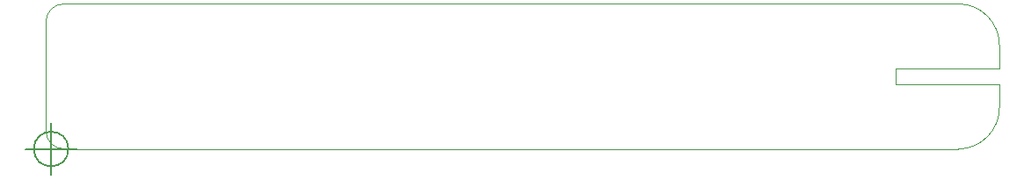
<source format=gbr>
G04 #@! TF.GenerationSoftware,KiCad,Pcbnew,(5.1.6)-1*
G04 #@! TF.CreationDate,2020-10-19T10:56:23-05:00*
G04 #@! TF.ProjectId,tri-slot-feedlines,7472692d-736c-46f7-942d-666565646c69,rev?*
G04 #@! TF.SameCoordinates,Original*
G04 #@! TF.FileFunction,Profile,NP*
%FSLAX46Y46*%
G04 Gerber Fmt 4.6, Leading zero omitted, Abs format (unit mm)*
G04 Created by KiCad (PCBNEW (5.1.6)-1) date 2020-10-19 10:56:23*
%MOMM*%
%LPD*%
G01*
G04 APERTURE LIST*
G04 #@! TA.AperFunction,Profile*
%ADD10C,0.020000*%
G04 #@! TD*
G04 #@! TA.AperFunction,Profile*
%ADD11C,0.150000*%
G04 #@! TD*
G04 APERTURE END LIST*
D10*
X-38100000Y-7000000D02*
G75*
G02*
X-39850000Y-5250000I0J1750000D01*
G01*
X-39850000Y5250000D02*
G75*
G02*
X-38100000Y7000000I1750000J0D01*
G01*
D11*
X-37683334Y-7000000D02*
G75*
G03*
X-37683334Y-7000000I-1666666J0D01*
G01*
X-41850000Y-7000000D02*
X-36850000Y-7000000D01*
X-39350000Y-4500000D02*
X-39350000Y-9500000D01*
D10*
X52000000Y-3000000D02*
G75*
G02*
X48000000Y-7000000I-4000000J0D01*
G01*
X48000000Y7000000D02*
G75*
G02*
X52000000Y3000000I0J-4000000D01*
G01*
X42000000Y-800000D02*
X42000000Y800000D01*
X52000000Y800000D02*
X52000000Y3000000D01*
X52000000Y-3000000D02*
X52000000Y-800000D01*
X42000000Y800000D02*
X52000000Y800000D01*
X52000000Y-800000D02*
X42000000Y-800000D01*
X-38100000Y7000000D02*
X48000000Y7000000D01*
X-38100000Y-7000000D02*
X48000000Y-7000000D01*
X-39850000Y5250000D02*
X-39850000Y-5250000D01*
M02*

</source>
